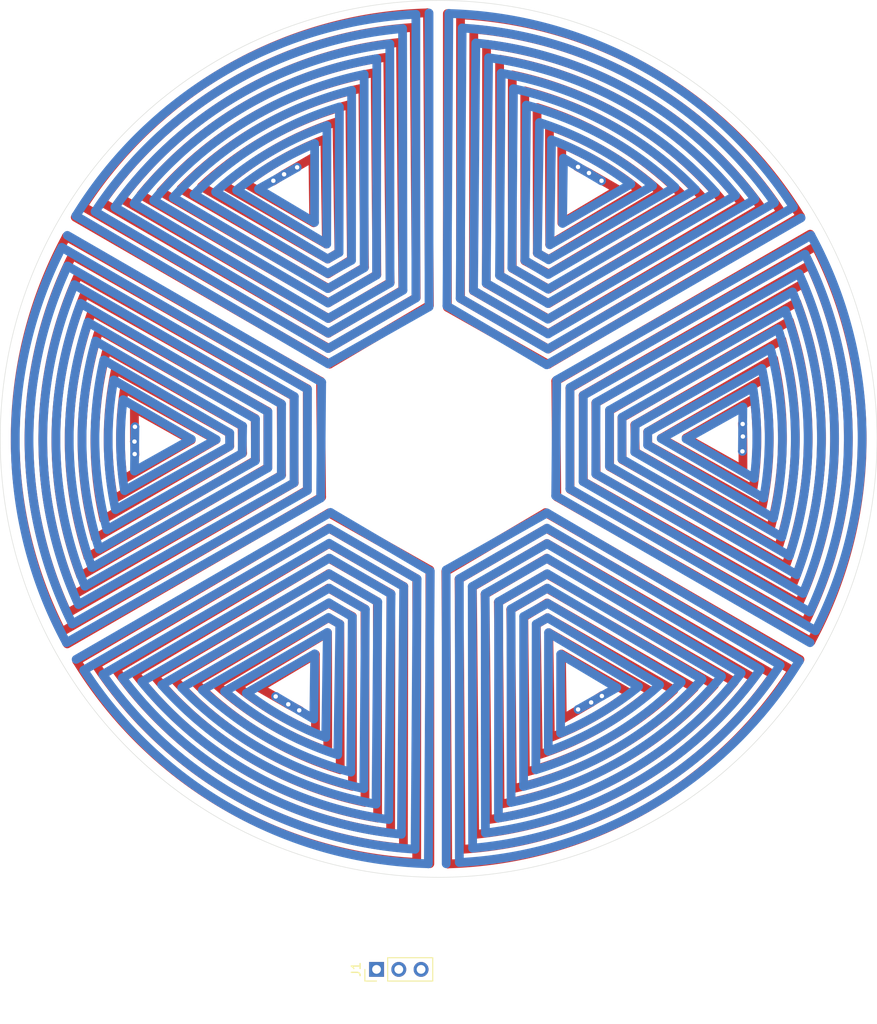
<source format=kicad_pcb>
(kicad_pcb (version 20240108) (generator "pcbnew") (generator_version "8.0")
  (layers (0 "F.Cu" signal) (31 "B.Cu" signal) (34 "B.Paste" user) (35 "F.Paste" user) (36 "B.SilkS" user "B.Silkscreen") (37 "F.SilkS" user "F.Silkscreen") (38 "B.Mask" user) (39 "F.Mask" user) (44 "Edge.Cuts" user))
  (net 0 "")
  (net 1 "/C")
  (net 2 "/B")
  (net 3 "/A")
  (footprint "Connector_PinHeader_2.54mm:PinHeader_1x03_P2.54mm_Vertical" (layer "F.Cu") (at 92.92 160.5 90)
    (property "Reference" "J1" (at 0 -2.33 90) (layer "F.SilkS"))
    (property "Value" "Conn_01x03_Pin")
    (fp_line (start -1.33 -1.33) (end 0 -1.33) (stroke (width 0.12)) (layer "F.SilkS"))
    (fp_line (start -1.33 0) (end -1.33 -1.33) (stroke (width 0.12)) (layer "F.SilkS"))
    (fp_line (start 1.33 1.27) (end 1.33 6.41) (stroke (width 0.12)) (layer "F.SilkS"))
    (fp_line (start -1.33 1.27) (end 1.33 1.27) (stroke (width 0.12)) (layer "F.SilkS"))
    (fp_line (start -1.33 1.27) (end -1.33 6.41) (stroke (width 0.12)) (layer "F.SilkS"))
    (fp_line (start -1.33 6.41) (end 1.33 6.41) (stroke (width 0.12)) (layer "F.SilkS"))
    (pad "1" thru_hole rect (at 0 0 90) (size 1.7 1.7) (drill 1) (layers "*.Cu" "*.Mask") (net 3 "/A"))
    (pad "2" thru_hole oval (at 0 2.54 90) (size 1.7 1.7) (drill 1) (layers "*.Cu" "*.Mask") (net 2 "/B"))
    (pad "3" thru_hole oval (at 0 5.08 90) (size 1.7 1.7) (drill 1) (layers "*.Cu" "*.Mask") (net 1 "/C"))
  )
  (gr_arc (start 61.601169 72.999294) (mid 77.116192 58.975313) (end 97.180601 53.075528) (stroke (width 1)) (layer "F.Cu") (net 3))
  (gr_arc (start 142.997635 78.02604) (mid 148.304309 100.617996) (end 142.482207 123.082643) (stroke (width 1)) (layer "F.Cu") (net 3))
  (gr_arc (start 66.041632 72.168316) (mid 78.63467 61.642859) (end 94.206345 56.457037) (stroke (width 1)) (layer "F.Cu") (net 3))
  (gr_arc (start 136.00307 95.397737) (mid 136.295779 100.588565) (end 135.846586 105.768198) (stroke (width 1)) (layer "F.Cu") (net 3))
  (gr_arc (start 60.001191 113.47415) (mid 57.87015 99.450964) (end 60.453161 85.503952) (stroke (width 1)) (layer "F.Cu") (net 3))
  (gr_arc (start 63.828476 72.604822) (mid 77.864094 60.362379) (end 95.632578 54.780537) (stroke (width 1)) (layer "F.Cu") (net 3))
  (gr_arc (start 138.170773 126.887135) (mid 122.65575 140.911116) (end 102.59134 146.810901) (stroke (width 1)) (layer "F.Cu") (net 3))
  (gr_arc (start 140.339476 126.388459) (mid 123.427606 142.280152) (end 101.061599 148.470387) (stroke (width 1)) (layer "F.Cu") (net 3))
  (gr_arc (start 57.670954 119.882648) (mid 53.283342 99.434253) (end 58.206183 79.108073) (stroke (width 1)) (layer "F.Cu") (net 3))
  (gr_arc (start 126.821031 128.65912) (mid 118.924163 134.378383) (end 109.881474 138.02534) (stroke (width 1)) (layer "F.Cu") (net 3))
  (gr_arc (start 137.077799 93.15206) (mid 137.706273 100.554652) (end 136.876268 107.937364) (stroke (width 1)) (layer "F.Cu") (net 3))
  (gr_arc (start 59.432466 73.49797) (mid 76.344336 57.606277) (end 98.710343 51.416042) (stroke (width 1)) (layer "F.Cu") (net 3))
  (gr_arc (start 88.776618 137.728048) (mid 79.875156 133.748791) (end 72.195455 127.741071) (stroke (width 1)) (layer "F.Cu") (net 3))
  (gr_arc (start 60.866504 111.327037) (mid 59.332467 99.428492) (end 61.282426 87.590997) (stroke (width 1)) (layer "F.Cu") (net 3))
  (gr_arc (start 121.797863 129.016837) (mid 117.448829 131.865745) (end 112.738538 134.066548) (stroke (width 1)) (layer "F.Cu") (net 3))
  (gr_arc (start 109.827819 60.318146) (mid 120.899279 64.938903) (end 130.175871 72.546365) (stroke (width 1)) (layer "F.Cu") (net 3))
  (gr_arc (start 90.174471 139.625987) (mid 79.10301 135.00523) (end 69.826418 127.397768) (stroke (width 1)) (layer "F.Cu") (net 3))
  (gr_arc (start 105.471494 55.004581) (mid 123.09157 61.038561) (end 136.809828 73.635599) (stroke (width 1)) (layer "F.Cu") (net 3))
  (gr_arc (start 124.28004 128.824741) (mid 118.183444 133.070311) (end 111.374826 136.042862) (stroke (width 1)) (layer "F.Cu") (net 3))
  (gr_arc (start 104.016217 53.272913) (mid 123.918852 59.697326) (end 139.060421 74.123721) (stroke (width 1)) (layer "F.Cu") (net 3))
  (gr_arc (start 72.950911 71.227309) (mid 80.847779 65.508046) (end 89.890468 61.861089) (stroke (width 1)) (layer "F.Cu") (net 3))
  (gr_arc (start 75.491902 71.061688) (mid 81.588498 66.816118) (end 88.397116 63.843567) (stroke (width 1)) (layer "F.Cu") (net 3))
  (gr_arc (start 94.530797 144.939552) (mid 76.910721 138.905572) (end 63.192462 126.308534) (stroke (width 1)) (layer "F.Cu") (net 3))
  (gr_arc (start 140.844566 84.414572) (mid 143.66336 100.583191) (end 140.368576 116.661569) (stroke (width 1)) (layer "F.Cu") (net 3))
  (gr_arc (start 87.36269 135.610296) (mid 80.637621 132.453274) (end 74.659007 128.043113) (stroke (width 1)) (layer "F.Cu") (net 3))
  (gr_arc (start 139.149599 88.709141) (mid 140.683636 100.607686) (end 138.733677 112.445181) (stroke (width 1)) (layer "F.Cu") (net 3))
  (gr_arc (start 62.938304 106.884118) (mid 62.30983 99.481526) (end 63.139835 92.098814) (stroke (width 1)) (layer "F.Cu") (net 3))
  (gr_arc (start 97.50229 148.300034) (mid 75.283745 141.599771) (end 58.739841 125.325359) (stroke (width 1)) (layer "F.Cu") (net 3))
  (gr_arc (start 102.5 51.644098) (mid 124.718545 58.344361) (end 141.262449 74.618774) (stroke (width 1)) (layer "F.Cu") (net 3))
  (gr_arc (start 108.401021 58.495206) (mid 121.610977 63.661264) (end 132.397938 72.871723) (stroke (width 1)) (layer "F.Cu") (net 3))
  (gr_arc (start 93.046193 143.241156) (mid 77.634361 137.597994) (end 65.35747 126.705438) (stroke (width 1)) (layer "F.Cu") (net 3))
  (gr_arc (start 133.73031 127.718113) (mid 121.137272 138.24357) (end 105.565597 143.429392) (stroke (width 1)) (layer "F.Cu") (net 3))
  (gr_arc (start 140.014912 86.562028) (mid 142.145953 100.585214) (end 139.562942 114.532226) (stroke (width 1)) (layer "F.Cu") (net 3))
  (gr_arc (start 141.573118 82.27967) (mid 145.157576 100.556093) (end 141.107351 118.734973) (stroke (width 1)) (layer "F.Cu") (net 3))
  (gr_arc (start 106.956096 56.702977) (mid 122.367928 62.346139) (end 134.64482 73.238695) (stroke (width 1)) (layer "F.Cu") (net 3))
  (gr_arc (start 57.018468 122.010138) (mid 51.711794 99.418182) (end 57.533896 76.953535) (stroke (width 1)) (layer "F.Cu") (net 3))
  (gr_arc (start 112.639599 64.333837) (mid 119.364669 67.490859) (end 125.343283 71.90102) (stroke (width 1)) (layer "F.Cu") (net 3))
  (gr_arc (start 91.601269 141.448927) (mid 78.391313 136.282869) (end 67.604352 127.07241) (stroke (width 1)) (layer "F.Cu") (net 3))
  (gr_arc (start 68.31621 71.813089) (mid 79.395125 62.955961) (end 92.765097 58.219408) (stroke (width 1)) (layer "F.Cu") (net 3))
  (gr_arc (start 59.171537 115.621606) (mid 56.352743 99.452987) (end 59.647527 83.374609) (stroke (width 1)) (layer "F.Cu") (net 3))
  (gr_arc (start 135.943466 127.281607) (mid 121.907848 139.52405) (end 104.139364 145.105892) (stroke (width 1)) (layer "F.Cu") (net 3))
  (gr_arc (start 58.442985 117.756508) (mid 54.858527 99.480085) (end 58.908752 81.301205) (stroke (width 1)) (layer "F.Cu") (net 3))
  (gr_arc (start 138.204862 90.868687) (mid 139.209455 100.567208) (end 137.846468 110.221884) (stroke (width 1)) (layer "F.Cu") (net 3))
  (gr_arc (start 111.225672 62.216085) (mid 120.127134 66.195342) (end 127.806835 72.203062) (stroke (width 1)) (layer "F.Cu") (net 3))
  (gr_arc (start 85.955242 133.556715) (mid 81.313498 131.214795) (end 77.052401 128.235965) (stroke (width 1)) (layer "F.Cu") (net 3))
  (gr_arc (start 131.455732 128.07334) (mid 120.376817 136.930468) (end 107.006845 141.667021) (stroke (width 1)) (layer "F.Cu") (net 3))
  (gr_arc (start 61.811241 109.167491) (mid 60.806648 99.46897) (end 62.169635 89.814294) (stroke (width 1)) (layer "F.Cu") (net 3))
  (gr_arc (start 77.974079 70.869592) (mid 82.323113 68.020684) (end 87.033404 65.819881) (stroke (width 1)) (layer "F.Cu") (net 3))
  (gr_arc (start 64.013033 104.638441) (mid 63.720324 99.447613) (end 64.169517 94.26798) (stroke (width 1)) (layer "F.Cu") (net 3))
  (gr_arc (start 142.345149 80.15353) (mid 146.732761 100.601925) (end 141.80992 120.928105) (stroke (width 1)) (layer "F.Cu") (net 3))
  (gr_arc (start 70.608321 71.488916) (mid 80.145745 64.211128) (end 91.372296 59.981095) (stroke (width 1)) (layer "F.Cu") (net 3))
  (gr_arc (start 129.163621 128.397513) (mid 119.626197 135.675301) (end 108.399646 139.905334) (stroke (width 1)) (layer "F.Cu") (net 3))
  (gr_arc (start 114.047049 66.387418) (mid 118.688792 68.729338) (end 122.949889 71.708167) (stroke (width 1)) (layer "F.Cu") (net 3))
  (gr_arc (start 95.986073 146.67122) (mid 76.083437 140.246807) (end 60.941869 125.820411) (stroke (width 1)) (layer "F.Cu") (net 3))
  (gr_arc (start 74.563976 71.838566) (mid 80.54259 67.428404) (end 87.26766 64.271382) (stroke (width 1)) (layer "B.Cu") (net 3))
  (gr_arc (start 101.189614 51.491144) (mid 123.555621 57.681379) (end 140.467492 73.573071) (stroke (width 1)) (layer "B.Cu") (net 3))
  (gr_arc (start 134.509503 126.710188) (mid 122.232611 137.602744) (end 106.820779 143.245907) (stroke (width 1)) (layer "B.Cu") (net 3))
  (gr_arc (start 91.474628 139.887936) (mid 80.248077 135.657903) (end 70.710653 128.380116) (stroke (width 1)) (layer "B.Cu") (net 3))
  (gr_arc (start 60.846838 74.061266) (mid 75.988407 59.634871) (end 95.891042 53.210458) (stroke (width 1)) (layer "B.Cu") (net 3))
  (gr_arc (start 108.527662 60.056197) (mid 119.754213 64.28623) (end 129.291637 71.564017) (stroke (width 1)) (layer "B.Cu") (net 3))
  (gr_arc (start 122.814572 128.240717) (mid 118.553475 131.219546) (end 113.911732 133.561466) (stroke (width 1)) (layer "B.Cu") (net 3))
  (gr_arc (start 58.644811 74.55632) (mid 75.188715 58.281908) (end 97.407259 51.581643) (stroke (width 1)) (layer "B.Cu") (net 3))
  (gr_arc (start 76.95737 71.645712) (mid 81.218467 68.666883) (end 85.86021 66.324963) (stroke (width 1)) (layer "B.Cu") (net 3))
  (gr_arc (start 97.282933 146.793504) (mid 77.218524 140.893718) (end 61.703502 126.869737) (stroke (width 1)) (layer "B.Cu") (net 3))
  (gr_arc (start 112.866554 65.894982) (mid 117.576844 68.095786) (end 121.925878 70.944693) (stroke (width 1)) (layer "B.Cu") (net 3))
  (gr_arc (start 136.868966 91.960014) (mid 137.698971 99.342727) (end 137.070497 106.745319) (stroke (width 1)) (layer "B.Cu") (net 3))
  (gr_arc (start 138.726375 87.452198) (mid 140.676334 99.289693) (end 139.142298 111.188237) (stroke (width 1)) (layer "B.Cu") (net 3))
  (gr_arc (start 59.654829 116.800369) (mid 56.360044 100.72199) (end 59.178839 84.553371) (stroke (width 1)) (layer "B.Cu") (net 3))
  (gr_arc (start 135.839285 94.129181) (mid 136.288478 99.308814) (end 135.995769 104.499641) (stroke (width 1)) (layer "B.Cu") (net 3))
  (gr_arc (start 58.916054 118.873773) (mid 54.865828 100.694893) (end 58.450286 82.41847) (stroke (width 1)) (layer "B.Cu") (net 3))
  (gr_arc (start 87.135736 134.049151) (mid 82.425446 131.848347) (end 78.076412 128.99944) (stroke (width 1)) (layer "B.Cu") (net 3))
  (gr_arc (start 65.262439 73.176241) (mid 77.539331 62.283685) (end 92.951163 56.640522) (stroke (width 1)) (layer "B.Cu") (net 3))
  (gr_arc (start 64.176818 105.906997) (mid 63.727625 100.727364) (end 64.020334 95.536537) (stroke (width 1)) (layer "B.Cu") (net 3))
  (gr_arc (start 125.207966 128.047863) (mid 119.229352 132.458025) (end 112.504282 135.615047) (stroke (width 1)) (layer "B.Cu") (net 3))
  (gr_arc (start 57.541199 123.221443) (mid 51.719096 100.756796) (end 57.025769 78.164839) (stroke (width 1)) (layer "B.Cu") (net 3))
  (gr_arc (start 138.925104 125.825163) (mid 123.783535 140.251558) (end 103.8809 146.675971) (stroke (width 1)) (layer "B.Cu") (net 3))
  (gr_arc (start 67.509321 72.809269) (mid 78.296282 63.59881) (end 91.506238 58.432751) (stroke (width 1)) (layer "B.Cu") (net 3))
  (gr_arc (start 127.671518 127.745821) (mid 119.991817 133.753542) (end 111.090354 137.732799) (stroke (width 1)) (layer "B.Cu") (net 3))
  (gr_arc (start 139.55564 85.365152) (mid 142.138651 99.312164) (end 140.007611 113.335351) (stroke (width 1)) (layer "B.Cu") (net 3))
  (gr_arc (start 111.502841 63.918669) (mid 118.31146 66.89122) (end 124.408056 71.13679) (stroke (width 1)) (layer "B.Cu") (net 3))
  (gr_arc (start 88.499449 136.025464) (mid 81.69083 133.052913) (end 75.594234 128.807343) (stroke (width 1)) (layer "B.Cu") (net 3))
  (gr_arc (start 136.674511 126.313284) (mid 122.956253 138.910322) (end 105.336177 144.944303) (stroke (width 1)) (layer "B.Cu") (net 3))
  (gr_arc (start 72.100424 72.140608) (mid 79.780125 66.132887) (end 88.681588 62.15363) (stroke (width 1)) (layer "B.Cu") (net 3))
  (gr_arc (start 130.040554 127.402519) (mid 120.763962 135.009981) (end 109.692502 139.630738) (stroke (width 1)) (layer "B.Cu") (net 3))
  (gr_arc (start 63.147137 108.076164) (mid 62.317132 100.693451) (end 62.945606 93.290859) (stroke (width 1)) (layer "B.Cu") (net 3))
  (gr_arc (start 102.719357 53.150629) (mid 122.783766 59.050415) (end 138.298788 73.074396) (stroke (width 1)) (layer "B.Cu") (net 3))
  (gr_arc (start 94.308678 143.411994) (mid 78.737002 138.226172) (end 66.143964 127.700715) (stroke (width 1)) (layer "B.Cu") (net 3))
  (gr_arc (start 60.460463 114.671026) (mid 57.877452 100.724014) (end 60.008492 86.700827) (stroke (width 1)) (layer "B.Cu") (net 3))
  (gr_arc (start 105.693612 56.532139) (mid 121.265288 61.717961) (end 133.858326 72.243418) (stroke (width 1)) (layer "B.Cu") (net 3))
  (gr_arc (start 141.100049 81.162405) (mid 145.150275 99.341285) (end 141.565817 117.617708) (stroke (width 1)) (layer "B.Cu") (net 3))
  (gr_arc (start 63.097431 73.573145) (mid 76.815689 60.976107) (end 94.435765 54.942126) (stroke (width 1)) (layer "B.Cu") (net 3))
  (gr_arc (start 132.262621 127.07716) (mid 121.47566 136.287619) (end 108.265704 141.453678) (stroke (width 1)) (layer "B.Cu") (net 3))
  (gr_arc (start 140.361274 83.235809) (mid 143.656059 99.314188) (end 140.837264 115.482807) (stroke (width 1)) (layer "B.Cu") (net 3))
  (gr_arc (start 137.839166 89.675494) (mid 139.202154 99.330171) (end 138.19756 109.028692) (stroke (width 1)) (layer "B.Cu") (net 3))
  (gr_arc (start 69.731388 72.48391) (mid 79.00798 64.876448) (end 90.07944 60.255691) (stroke (width 1)) (layer "B.Cu") (net 3))
  (gr_arc (start 110.009489 61.936191) (mid 119.052178 65.583147) (end 126.949047 71.302411) (stroke (width 1)) (layer "B.Cu") (net 3))
  (gr_arc (start 95.734911 145.088494) (mid 77.966427 139.506653) (end 63.930809 127.26421) (stroke (width 1)) (layer "B.Cu") (net 3))
  (gr_arc (start 141.80262 78.969274) (mid 146.72546 99.295455) (end 142.337847 119.743849) (stroke (width 1)) (layer "B.Cu") (net 3))
  (gr_arc (start 92.86743 141.649623) (mid 79.497458 136.91307) (end 68.418542 128.055942) (stroke (width 1)) (layer "B.Cu") (net 3))
  (gr_arc (start 107.13486 58.29451) (mid 120.504832 63.031063) (end 131.583748 71.888191) (stroke (width 1)) (layer "B.Cu") (net 3))
  (gr_arc (start 142.474904 76.814735) (mid 148.297007 99.279382) (end 142.990334 121.871339) (stroke (width 1)) (layer "B.Cu") (net 3))
  (gr_arc (start 61.289728 112.58398) (mid 59.339769 100.746485) (end 60.873805 88.847941) (stroke (width 1)) (layer "B.Cu") (net 3))
  (gr_arc (start 141.127131 125.330109) (mid 124.583227 141.604521) (end 102.364683 148.304786) (stroke (width 1)) (layer "B.Cu") (net 3))
  (gr_arc (start 58.213483 121.066904) (mid 53.290643 100.740723) (end 57.678256 80.292329) (stroke (width 1)) (layer "B.Cu") (net 3))
  (gr_arc (start 98.812676 148.452989) (mid 76.446669 142.262754) (end 59.534798 126.371062) (stroke (width 1)) (layer "B.Cu") (net 3))
  (gr_arc (start 104.267379 54.855639) (mid 122.035863 60.43748) (end 136.071481 72.679923) (stroke (width 1)) (layer "B.Cu") (net 3))
  (gr_arc (start 62.176937 110.360684) (mid 60.813949 100.706007) (end 61.818543 91.007486) (stroke (width 1)) (layer "B.Cu") (net 3))
  (gr_arc (start 89.992801 138.007942) (mid 80.950112 134.360986) (end 73.053243 128.641722) (stroke (width 1)) (layer "B.Cu") (net 3))
  (gr_circle (center 100 100) (end 100 50) (stroke (width 0.05)) (fill none) (layer "Edge.Cuts"))
  (segment (start 96.031956 116.834825) (end 87.50229 111.944133) (width 1) (layer "F.Cu") (net 3))
  (segment (start 114.047049 66.387418) (end 114.061562 75.370395) (width 1) (layer "F.Cu") (net 3))
  (segment (start 112.639599 64.333837) (end 112.671035 77.842071) (width 1) (layer "F.Cu") (net 3))
  (segment (start 59.432466 73.49797) (end 87.453499 89.67592) (width 1) (layer "F.Cu") (net 3))
  (segment (start 86.534691 93.421933) (end 57.53172 76.930949) (width 1) (layer "F.Cu") (net 3))
  (segment (start 61.601169 72.999294) (end 87.417304 87.957228) (width 1) (layer "F.Cu") (net 3))
  (segment (start 112.34178 115.404999) (end 106.815938 118.6135) (width 1) (layer "F.Cu") (net 3))
  (segment (start 85.022314 94.28668) (end 58.207395 79.070479) (width 1) (layer "F.Cu") (net 3))
  (segment (start 87.494994 110.186263) (end 60.909918 125.800564) (width 1) (layer "F.Cu") (net 3))
  (segment (start 102.5 84) (end 112.507296 89.757869) (width 1) (layer "F.Cu") (net 3))
  (segment (start 105.471494 55.004581) (end 105.448689 82.290761) (width 1) (layer "F.Cu") (net 3))
  (segment (start 91.602061 119.388267) (end 87.45444 117.022269) (width 1) (layer "F.Cu") (net 3))
  (segment (start 83.503602 95.171933) (end 58.914784 81.279445) (width 1) (layer "F.Cu") (net 3))
  (segment (start 80.513549 96.865382) (end 60.447404 85.505335) (width 1) (layer "F.Cu") (net 3))
  (segment (start 100.823253 115.120763) (end 101.043127 148.483565) (width 1) (layer "F.Cu") (net 3))
  (segment (start 87.331255 122.102062) (end 77.08335 128.23085) (width 1) (layer "F.Cu") (net 3))
  (segment (start 103.854342 116.870763) (end 104.117503 145.111548) (width 1) (layer "F.Cu") (net 3))
  (segment (start 60.866504 111.327037) (end 77.640305 101.632134) (width 1) (layer "F.Cu") (net 3))
  (segment (start 139.149599 88.709141) (end 122.375798 98.404044) (width 1) (layer "F.Cu") (net 3))
  (segment (start 65.301597 96.505943) (end 65.312149 100.306467) (width 1) (layer "F.Cu") (net 3))
  (segment (start 71.785263 100.134383) (end 65.301597 96.505943) (width 1) (layer "F.Cu") (net 3))
  (segment (start 109.836951 79.692135) (end 112.556422 81.197251) (width 1) (layer "F.Cu") (net 3))
  (segment (start 85.940728 124.573737) (end 79.556574 128.374537) (width 1) (layer "F.Cu") (net 3))
  (segment (start 120.909424 97.591672) (end 120.93422 102.366616) (width 1) (layer "F.Cu") (net 3))
  (segment (start 119.486831 96.781026) (end 119.502554 103.170796) (width 1) (layer "F.Cu") (net 3))
  (segment (start 87.430162 84.48143) (end 92.956004 81.272929) (width 1) (layer "F.Cu") (net 3))
  (segment (start 99.00229 114.944133) (end 87.50229 108.444133) (width 1) (layer "F.Cu") (net 3))
  (segment (start 70.608321 71.488916) (end 87.391254 81.168002) (width 1) (layer "F.Cu") (net 3))
  (segment (start 134.703954 99.729711) (end 134.649394 98.229708) (width 1) (layer "F.Cu") (net 3))
  (segment (start 58.557673 74.724958) (end 87.569524 91.474958) (width 1) (layer "F.Cu") (net 3))
  (segment (start 142.372428 76.654953) (end 113.360577 93.404953) (width 1) (layer "F.Cu") (net 3))
  (segment (start 88.73984 121.123441) (end 87.433316 120.398914) (width 1) (layer "F.Cu") (net 3))
  (segment (start 61.811241 109.167491) (end 76.172863 100.833337) (width 1) (layer "F.Cu") (net 3))
  (segment (start 112.565849 122.097848) (end 112.749582 134.037188) (width 1) (layer "F.Cu") (net 3))
  (segment (start 121.797863 129.016837) (end 114.011119 124.537917) (width 1) (layer "F.Cu") (net 3))
  (segment (start 63.828476 72.604822) (end 87.447599 86.267661) (width 1) (layer "F.Cu") (net 3))
  (segment (start 112.324343 113.618768) (end 105.296784 117.717961) (width 1) (layer "F.Cu") (net 3))
  (segment (start 114.993789 105.749498) (end 141.808708 120.965699) (width 1) (layer "F.Cu") (net 3))
  (segment (start 101 85) (end 112.5 91.5) (width 1) (layer "F.Cu") (net 3))
  (segment (start 112.512474 86.327209) (end 134.60475 73.253595) (width 1) (layer "F.Cu") (net 3))
  (segment (start 126.821031 128.65912) (end 112.422631 120.388667) (width 1) (layer "F.Cu") (net 3))
  (segment (start 88.776618 137.728048) (end 88.73984 121.123441) (width 1) (layer "F.Cu") (net 3))
  (segment (start 117.931191 95.903011) (end 117.967417 104.038652) (width 1) (layer "F.Cu") (net 3))
  (segment (start 103.970334 83.109308) (end 112.5 88) (width 1) (layer "F.Cu") (net 3))
  (segment (start 77.974079 70.869592) (end 85.760823 75.348512) (width 1) (layer "F.Cu") (net 3))
  (segment (start 112.380688 118.718427) (end 109.717484 120.321) (width 1) (layer "F.Cu") (net 3))
  (segment (start 122.375798 98.404044) (end 122.432065 101.511733) (width 1) (layer "F.Cu") (net 3))
  (segment (start 93.015398 118.561588) (end 87.473833 115.380319) (width 1) (layer "F.Cu") (net 3))
  (segment (start 119.502554 103.170796) (end 139.568699 114.530843) (width 1) (layer "F.Cu") (net 3))
  (segment (start 58.442985 117.756508) (end 82.084912 104.133167) (width 1) (layer "F.Cu") (net 3))
  (segment (start 77.640305 101.632134) (end 77.584038 98.524445) (width 1) (layer "F.Cu") (net 3))
  (segment (start 111.225672 62.216085) (end 111.26245 78.820692) (width 1) (layer "F.Cu") (net 3))
  (segment (start 85.039501 105.832187) (end 85.022314 94.28668) (width 1) (layer "F.Cu") (net 3))
  (segment (start 102.5 51.644098) (end 102.5 84) (width 1) (layer "F.Cu") (net 3))
  (segment (start 87.433316 120.398914) (end 74.707643 128.014253) (width 1) (layer "F.Cu") (net 3))
  (segment (start 76.172863 100.833337) (end 76.14706 99.339591) (width 1) (layer "F.Cu") (net 3))
  (segment (start 90.054458 79.565429) (end 89.876159 61.914209) (width 1) (layer "F.Cu") (net 3))
  (segment (start 87.473833 115.380319) (end 67.602671 127.078087) (width 1) (layer "F.Cu") (net 3))
  (segment (start 112.54785 82.921864) (end 130.136048 72.559935) (width 1) (layer "F.Cu") (net 3))
  (segment (start 122.432065 101.511733) (end 137.807619 110.182932) (width 1) (layer "F.Cu") (net 3))
  (segment (start 124.28004 128.824741) (end 112.565849 122.097848) (width 1) (layer "F.Cu") (net 3))
  (segment (start 87.445868 118.746882) (end 72.248613 127.726903) (width 1) (layer "F.Cu") (net 3))
  (segment (start 140.844566 84.414572) (end 119.486831 96.781026) (width 1) (layer "F.Cu") (net 3))
  (segment (start 77.584038 98.524445) (end 62.208484 89.853246) (width 1) (layer "F.Cu") (net 3))
  (segment (start 106.815938 118.6135) (end 107.010921 141.671315) (width 1) (layer "F.Cu") (net 3))
  (segment (start 87.45444 117.022269) (end 69.866242 127.384198) (width 1) (layer "F.Cu") (net 3))
  (segment (start 86.655526 106.631225) (end 86.534691 93.421933) (width 1) (layer "F.Cu") (net 3))
  (segment (start 129.163621 128.397513) (end 112.380688 118.718427) (width 1) (layer "F.Cu") (net 3))
  (segment (start 88.630032 78.728543) (end 88.397792 63.900117) (width 1) (layer "F.Cu") (net 3))
  (segment (start 141.573118 82.27967) (end 117.931191 95.903011) (width 1) (layer "F.Cu") (net 3))
  (segment (start 112.318443 110.210509) (end 102.328334 115.998146) (width 1) (layer "F.Cu") (net 3))
  (segment (start 112.556422 81.197251) (end 127.753678 72.21723) (width 1) (layer "F.Cu") (net 3))
  (segment (start 85.760823 75.348512) (end 85.661311 67.919272) (width 1) (layer "F.Cu") (net 3))
  (segment (start 112.528457 84.563814) (end 132.399619 72.866046) (width 1) (layer "F.Cu") (net 3))
  (segment (start 62.938304 106.884118) (end 74.62106 100.102777) (width 1) (layer "F.Cu") (net 3))
  (segment (start 135.943466 127.281607) (end 112.324343 113.618768) (width 1) (layer "F.Cu") (net 3))
  (segment (start 80.529272 103.255152) (end 80.513549 96.865382) (width 1) (layer "F.Cu") (net 3))
  (segment (start 87.417304 87.957228) (end 95.9176 83.015666) (width 1) (layer "F.Cu") (net 3))
  (segment (start 97.443608 83.888283) (end 97.213765 53.057781) (width 1) (layer "F.Cu") (net 3))
  (segment (start 97.50229 115.944133) (end 87.494994 110.186263) (width 1) (layer "F.Cu") (net 3))
  (segment (start 142.345149 80.15353) (end 116.483131 95.031991) (width 1) (layer "F.Cu") (net 3))
  (segment (start 140.014912 86.562028) (end 120.909424 97.591672) (width 1) (layer "F.Cu") (net 3))
  (segment (start 111.26245 78.820692) (end 112.568974 79.545219) (width 1) (layer "F.Cu") (net 3))
  (segment (start 95.986073 146.67122) (end 96.031956 116.834825) (width 1) (layer "F.Cu") (net 3))
  (segment (start 76.14706 99.339591) (end 63.189147 92.126504) (width 1) (layer "F.Cu") (net 3))
  (segment (start 87.447599 86.267661) (end 94.475158 82.168468) (width 1) (layer "F.Cu") (net 3))
  (segment (start 114.061562 75.370395) (end 120.445716 71.569596) (width 1) (layer "F.Cu") (net 3))
  (segment (start 102.328334 115.998146) (end 102.558177 146.828648) (width 1) (layer "F.Cu") (net 3))
  (segment (start 68.31621 71.813089) (end 87.420906 82.844105) (width 1) (layer "F.Cu") (net 3))
  (segment (start 83.532972 105.004187) (end 83.503602 95.171933) (width 1) (layer "F.Cu") (net 3))
  (segment (start 123.869043 100.696587) (end 136.826956 107.909674) (width 1) (layer "F.Cu") (net 3))
  (segment (start 75.491902 71.061688) (end 87.206093 77.788581) (width 1) (layer "F.Cu") (net 3))
  (segment (start 94.530797 144.939552) (end 94.553601 117.653372) (width 1) (layer "F.Cu") (net 3))
  (segment (start 113.481412 106.614245) (end 142.484383 123.105229) (width 1) (layer "F.Cu") (net 3))
  (segment (start 120.445716 71.569596) (end 117.14909 69.678473) (width 1) (layer "F.Cu") (net 3))
  (segment (start 105.296784 117.717961) (end 105.572728 143.38724) (width 1) (layer "F.Cu") (net 3))
  (segment (start 98.948689 84.765666) (end 98.728815 51.402864) (width 1) (layer "F.Cu") (net 3))
  (segment (start 57.670954 119.882648) (end 83.532972 105.004187) (width 1) (layer "F.Cu") (net 3))
  (segment (start 82.048686 95.997526) (end 59.680466 83.401861) (width 1) (layer "F.Cu") (net 3))
  (segment (start 117.14909 69.678473) (end 115.822769 68.975721) (width 1) (layer "F.Cu") (net 3))
  (segment (start 87.50229 108.444133) (end 58.719193 125.315951) (width 1) (layer "F.Cu") (net 3))
  (segment (start 60.001191 113.47415) (end 79.106679 102.444506) (width 1) (layer "F.Cu") (net 3))
  (segment (start 112.671035 77.842071) (end 122.91894 71.713283) (width 1) (layer "F.Cu") (net 3))
  (segment (start 82.375237 69.828672) (end 81.103476 70.625924) (width 1) (layer "F.Cu") (net 3))
  (segment (start 91.601269 141.448927) (end 91.602061 119.388267) (width 1) (layer "F.Cu") (net 3))
  (segment (start 125.395043 99.933401) (end 135.826681 105.743953) (width 1) (layer "F.Cu") (net 3))
  (segment (start 59.171537 115.621606) (end 80.529272 103.255152) (width 1) (layer "F.Cu") (net 3))
  (segment (start 109.717484 120.321) (end 109.895783 137.97222) (width 1) (layer "F.Cu") (net 3))
  (segment (start 141.214269 125.161471) (end 112.202418 108.411471) (width 1) (layer "F.Cu") (net 3))
  (segment (start 108.400229 80.555866) (end 112.54785 82.921864) (width 1) (layer "F.Cu") (net 3))
  (segment (start 87.453499 89.67592) (end 97.443608 83.888283) (width 1) (layer "F.Cu") (net 3))
  (segment (start 134.714506 103.530235) (end 134.703954 99.729711) (width 1) (layer "F.Cu") (net 3))
  (segment (start 142.997635 78.02604) (end 114.976602 94.203991) (width 1) (layer "F.Cu") (net 3))
  (segment (start 99.00229 148.444133) (end 99.00229 114.944133) (width 1) (layer "F.Cu") (net 3))
  (segment (start 90.174471 139.625987) (end 90.165339 120.251998) (width 1) (layer "F.Cu") (net 3))
  (segment (start 94.553601 117.653372) (end 87.489816 113.616924) (width 1) (layer "F.Cu") (net 3))
  (segment (start 131.455732 128.07334) (end 112.351036 117.042324) (width 1) (layer "F.Cu") (net 3))
  (segment (start 90.165339 120.251998) (end 87.445868 118.746882) (width 1) (layer "F.Cu") (net 3))
  (segment (start 112.5 88) (end 136.825657 73.651703) (width 1) (layer "F.Cu") (net 3))
  (segment (start 117.967417 104.038652) (end 140.335637 116.634317) (width 1) (layer "F.Cu") (net 3))
  (segment (start 91.543731 80.435159) (end 91.364136 60.022368) (width 1) (layer "F.Cu") (net 3))
  (segment (start 79.556574 128.374537) (end 82.8532 130.265661) (width 1) (layer "F.Cu") (net 3))
  (segment (start 95.9176 83.015666) (end 95.654439 54.774881) (width 1) (layer "F.Cu") (net 3))
  (segment (start 93.046193 143.241156) (end 93.015398 118.561588) (width 1) (layer "F.Cu") (net 3))
  (segment (start 112.5 91.5) (end 141.283097 74.628182) (width 1) (layer "F.Cu") (net 3))
  (segment (start 87.50229 111.944133) (end 63.176633 126.29243) (width 1) (layer "F.Cu") (net 3))
  (segment (start 87.420906 82.844105) (end 91.543731 80.435159) (width 1) (layer "F.Cu") (net 3))
  (segment (start 112.568974 79.545219) (end 125.294647 71.92988) (width 1) (layer "F.Cu") (net 3))
  (segment (start 87.36269 135.610296) (end 87.331255 122.102062) (width 1) (layer "F.Cu") (net 3))
  (segment (start 87.206093 77.788581) (end 87.02236 65.849241) (width 1) (layer "F.Cu") (net 3))
  (segment (start 116.512501 104.864245) (end 141.101319 118.756733) (width 1) (layer "F.Cu") (net 3))
  (segment (start 116.483131 95.031991) (end 116.512501 104.864245) (width 1) (layer "F.Cu") (net 3))
  (segment (start 112.507296 89.757869) (end 139.092372 74.143569) (width 1) (layer "F.Cu") (net 3))
  (segment (start 112.354638 111.929201) (end 103.854342 116.870763) (width 1) (layer "F.Cu") (net 3))
  (segment (start 87.569524 91.474958) (end 98.948689 84.765666) (width 1) (layer "F.Cu") (net 3))
  (segment (start 137.077799 93.15206) (end 125.395043 99.933401) (width 1) (layer "F.Cu") (net 3))
  (segment (start 114.011119 124.537917) (end 114.110631 131.967157) (width 1) (layer "F.Cu") (net 3))
  (segment (start 104.016217 53.272913) (end 103.970334 83.109308) (width 1) (layer "F.Cu") (net 3))
  (segment (start 112.202418 108.411471) (end 100.823253 115.120763) (width 1) (layer "F.Cu") (net 3))
  (segment (start 138.170773 126.887135) (end 112.354638 111.929201) (width 1) (layer "F.Cu") (net 3))
  (segment (start 101 51.5) (end 101 85) (width 1) (layer "F.Cu") (net 3))
  (segment (start 79.081883 97.669562) (end 61.31409 87.6187) (width 1) (layer "F.Cu") (net 3))
  (segment (start 114.976602 94.203991) (end 114.993789 105.749498) (width 1) (layer "F.Cu") (net 3))
  (segment (start 64.013033 104.638441) (end 71.785263 100.134383) (width 1) (layer "F.Cu") (net 3))
  (segment (start 136.00307 95.397737) (end 128.23084 99.901795) (width 1) (layer "F.Cu") (net 3))
  (segment (start 140.339476 126.388459) (end 112.318443 110.210509) (width 1) (layer "F.Cu") (net 3))
  (segment (start 72.950911 71.227309) (end 87.349311 79.497762) (width 1) (layer "F.Cu") (net 3))
  (segment (start 87.349311 79.497762) (end 88.630032 78.728543) (width 1) (layer "F.Cu") (net 3))
  (segment (start 123.84324 99.202841) (end 123.869043 100.696587) (width 1) (layer "F.Cu") (net 3))
  (segment (start 108.228211 119.45127) (end 108.407806 139.864061) (width 1) (layer "F.Cu") (net 3))
  (segment (start 87.391254 81.168002) (end 90.054458 79.565429) (width 1) (layer "F.Cu") (net 3))
  (segment (start 92.956004 81.272929) (end 92.761021 58.215114) (width 1) (layer "F.Cu") (net 3))
  (segment (start 85.661311 67.919272) (end 82.375237 69.828672) (width 1) (layer "F.Cu") (net 3))
  (segment (start 74.62106 100.102777) (end 64.189422 94.292225) (width 1) (layer "F.Cu") (net 3))
  (segment (start 82.084912 104.133167) (end 82.048686 95.997526) (width 1) (layer "F.Cu") (net 3))
  (segment (start 120.93422 102.366616) (end 138.702013 112.417478) (width 1) (layer "F.Cu") (net 3))
  (segment (start 109.827819 60.318146) (end 109.836951 79.692135) (width 1) (layer "F.Cu") (net 3))
  (segment (start 106.986892 81.382545) (end 112.528457 84.563814) (width 1) (layer "F.Cu") (net 3))
  (segment (start 87.489816 113.616924) (end 65.39754 126.690538) (width 1) (layer "F.Cu") (net 3))
  (segment (start 112.422631 120.388667) (end 111.14191 121.157886) (width 1) (layer "F.Cu") (net 3))
  (segment (start 57.018468 122.010138) (end 85.039501 105.832187) (width 1) (layer "F.Cu") (net 3))
  (segment (start 57.643675 123.381225) (end 86.655526 106.631225) (width 1) (layer "F.Cu") (net 3))
  (segment (start 111.14191 121.157886) (end 111.37415 135.986312) (width 1) (layer "F.Cu") (net 3))
  (segment (start 82.8532 130.265661) (end 84.179521 130.968412) (width 1) (layer "F.Cu") (net 3))
  (segment (start 114.110631 131.967157) (end 117.396705 130.057757) (width 1) (layer "F.Cu") (net 3))
  (segment (start 138.204862 90.868687) (end 123.84324 99.202841) (width 1) (layer "F.Cu") (net 3))
  (segment (start 117.396705 130.057757) (end 118.668466 129.260505) (width 1) (layer "F.Cu") (net 3))
  (segment (start 65.312149 100.306467) (end 65.366709 101.80647) (width 1) (layer "F.Cu") (net 3))
  (segment (start 85.955242 133.556715) (end 85.940728 124.573737) (width 1) (layer "F.Cu") (net 3))
  (segment (start 112.351036 117.042324) (end 108.228211 119.45127) (width 1) (layer "F.Cu") (net 3))
  (segment (start 108.401021 58.495206) (end 108.400229 80.555866) (width 1) (layer "F.Cu") (net 3))
  (segment (start 79.106679 102.444506) (end 79.081883 97.669562) (width 1) (layer "F.Cu") (net 3))
  (segment (start 94.475158 82.168468) (end 94.199214 56.499189) (width 1) (layer "F.Cu") (net 3))
  (segment (start 128.23084 99.901795) (end 134.714506 103.530235) (width 1) (layer "F.Cu") (net 3))
  (segment (start 133.73031 127.718113) (end 112.34178 115.404999) (width 1) (layer "F.Cu") (net 3))
  (segment (start 113.360577 93.404953) (end 113.481412 106.614245) (width 1) (layer "F.Cu") (net 3))
  (segment (start 66.041632 72.168316) (end 87.430162 84.48143) (width 1) (layer "F.Cu") (net 3))
  (segment (start 105.448689 82.290761) (end 112.512474 86.327209) (width 1) (layer "F.Cu") (net 3))
  (segment (start 97.50229 148.300034) (end 97.50229 115.944133) (width 1) (layer "F.Cu") (net 3))
  (segment (start 106.956096 56.702977) (end 106.986892 81.382545) (width 1) (layer "F.Cu") (net 3))
  (via (at 115.901952 68.985619) (size 1) (drill 0.5) (layers "F.Cu" "B.Cu") (net 3))
  (via (at 134.703954 99.729711) (size 1) (drill 0.5) (layers "F.Cu" "B.Cu") (net 3))
  (via (at 134.680414 98.303231) (size 1) (drill 0.5) (layers "F.Cu" "B.Cu") (net 3))
  (via (at 82.8532 130.265661) (size 1) (drill 0.5) (layers "F.Cu" "B.Cu") (net 3))
  (via (at 65.366017 98.618144) (size 1) (drill 0.5) (layers "F.Cu" "B.Cu") (net 3))
  (via (at 65.335689 101.732947) (size 1) (drill 0.5) (layers "F.Cu" "B.Cu") (net 3))
  (via (at 84.100338 130.958514) (size 1) (drill 0.5) (layers "F.Cu" "B.Cu") (net 3))
  (via (at 117.14909 69.678473) (size 1) (drill 0.5) (layers "F.Cu" "B.Cu") (net 3))
  (via (at 117.396705 130.057757) (size 1) (drill 0.5) (layers "F.Cu" "B.Cu") (net 3))
  (via (at 81.418003 129.374848) (size 1) (drill 0.5) (layers "F.Cu" "B.Cu") (net 3))
  (via (at 83.864302 69.031162) (size 1) (drill 0.5) (layers "F.Cu" "B.Cu") (net 3))
  (via (at 81.151639 70.562299) (size 1) (drill 0.5) (layers "F.Cu" "B.Cu") (net 3))
  (via (at 118.620303 129.32413) (size 1) (drill 0.5) (layers "F.Cu" "B.Cu") (net 3))
  (via (at 134.650086 101.418034) (size 1) (drill 0.5) (layers "F.Cu" "B.Cu") (net 3))
  (via (at 118.584287 70.569285) (size 1) (drill 0.5) (layers "F.Cu" "B.Cu") (net 3))
  (via (at 65.312149 100.306467) (size 1) (drill 0.5) (layers "F.Cu" "B.Cu") (net 3))
  (via (at 82.375237 69.828672) (size 1) (drill 0.5) (layers "F.Cu" "B.Cu") (net 3))
  (via (at 115.90764 130.855267) (size 1) (drill 0.5) (layers "F.Cu" "B.Cu") (net 3))
  (segment (start 74.628362 100.072201) (end 64.196724 105.882752) (width 1) (layer "B.Cu") (net 3))
  (segment (start 134.707205 96.367144) (end 134.680414 98.303231) (width 1) (layer "B.Cu") (net 3))
  (segment (start 138.19756 109.028692) (end 123.835938 100.694537) (width 1) (layer "B.Cu") (net 3))
  (segment (start 97.407259 83.937545) (end 87.399963 89.695414) (width 1) (layer "B.Cu") (net 3))
  (segment (start 124.408056 71.13679) (end 112.693864 77.863683) (width 1) (layer "B.Cu") (net 3))
  (segment (start 87.399963 89.695414) (end 60.814887 74.081115) (width 1) (layer "B.Cu") (net 3))
  (segment (start 77.59134 101.650532) (end 62.215785 110.321732) (width 1) (layer "B.Cu") (net 3))
  (segment (start 87.236224 77.779617) (end 76.98832 71.650829) (width 1) (layer "B.Cu") (net 3))
  (segment (start 85.029615 105.888297) (end 58.214697 121.104499) (width 1) (layer "B.Cu") (net 3))
  (segment (start 59.534798 126.371062) (end 87.555831 110.193111) (width 1) (layer "B.Cu") (net 3))
  (segment (start 136.071481 72.679923) (end 112.452359 86.342763) (width 1) (layer "B.Cu") (net 3))
  (segment (start 112.469795 84.556532) (end 106.943953 81.348031) (width 1) (layer "B.Cu") (net 3))
  (segment (start 131.583748 71.888191) (end 112.479052 82.919207) (width 1) (layer "B.Cu") (net 3))
  (segment (start 106.820779 143.245907) (end 106.851575 118.566338) (width 1) (layer "B.Cu") (net 3))
  (segment (start 60.008492 86.700827) (end 79.11398 97.730472) (width 1) (layer "B.Cu") (net 3))
  (segment (start 96.019932 116.853365) (end 95.756772 145.09415) (width 1) (layer "B.Cu") (net 3))
  (segment (start 142.337847 119.743849) (end 116.475829 104.865388) (width 1) (layer "B.Cu") (net 3))
  (segment (start 123.86174 99.200791) (end 136.819654 91.987705) (width 1) (layer "B.Cu") (net 3))
  (segment (start 87.671857 108.394072) (end 99.051022 115.103365) (width 1) (layer "B.Cu") (net 3))
  (segment (start 83.540274 95.17079) (end 83.510904 105.003044) (width 1) (layer "B.Cu") (net 3))
  (segment (start 65.308898 103.669034) (end 65.335689 101.732947) (width 1) (layer "B.Cu") (net 3))
  (segment (start 112.508704 81.243104) (end 109.8455 79.640531) (width 1) (layer "B.Cu") (net 3))
  (segment (start 98.90726 84.937546) (end 87.407259 91.437546) (width 1) (layer "B.Cu") (net 3))
  (segment (start 87.555831 110.193111) (end 97.54594 115.980749) (width 1) (layer "B.Cu") (net 3))
  (segment (start 86.541993 106.753045) (end 57.539022 123.244028) (width 1) (layer "B.Cu") (net 3))
  (segment (start 111.127133 121.128192) (end 112.433656 120.403664) (width 1) (layer "B.Cu") (net 3))
  (segment (start 87.338286 79.482765) (end 74.612613 71.867425) (width 1) (layer "B.Cu") (net 3))
  (segment (start 120.310399 128.379289) (end 118.620303 129.32413) (width 1) (layer "B.Cu") (net 3))
  (segment (start 134.680414 98.303231) (end 134.650086 101.418034) (width 1) (layer "B.Cu") (net 3))
  (segment (start 140.007611 113.335351) (end 120.902123 102.305706) (width 1) (layer "B.Cu") (net 3))
  (segment (start 87.532495 115.387601) (end 93.058337 118.596102) (width 1) (layer "B.Cu") (net 3))
  (segment (start 137.070497 106.745319) (end 125.387741 99.963977) (width 1) (layer "B.Cu") (net 3))
  (segment (start 90.15679 120.303602) (end 89.978492 137.954823) (width 1) (layer "B.Cu") (net 3))
  (segment (start 112.330433 91.550061) (end 100.951268 84.840768) (width 1) (layer "B.Cu") (net 3))
  (segment (start 70.710653 128.380116) (end 87.493586 118.701029) (width 1) (layer "B.Cu") (net 3))
  (segment (start 58.450286 82.41847) (end 82.092213 96.04181) (width 1) (layer "B.Cu") (net 3))
  (segment (start 102.364683 148.304786) (end 102.364683 115.948884) (width 1) (layer "B.Cu") (net 3))
  (segment (start 100.951268 84.840768) (end 101.171143 51.477966) (width 1) (layer "B.Cu") (net 3))
  (segment (start 84.100338 130.958514) (end 81.418003 129.374848) (width 1) (layer "B.Cu") (net 3))
  (segment (start 63.930809 127.26421) (end 87.549931 113.60137) (width 1) (layer "B.Cu") (net 3))
  (segment (start 108.265704 141.453678) (end 108.264912 119.393018) (width 1) (layer "B.Cu") (net 3))
  (segment (start 99.051022 115.103365) (end 98.831147 148.466167) (width 1) (layer "B.Cu") (net 3))
  (segment (start 97.407259 51.581643) (end 97.407259 83.937545) (width 1) (layer "B.Cu") (net 3))
  (segment (start 112.452359 86.342763) (end 105.4248 82.24357) (width 1) (layer "B.Cu") (net 3))
  (segment (start 87.40726 87.937545) (end 63.081602 73.589249) (width 1) (layer "B.Cu") (net 3))
  (segment (start 135.995769 104.499641) (end 128.223539 99.995584) (width 1) (layer "B.Cu") (net 3))
  (segment (start 129.291637 71.564017) (end 112.508704 81.243104) (width 1) (layer "B.Cu") (net 3))
  (segment (start 111.090354 137.732799) (end 111.127133 121.128192) (width 1) (layer "B.Cu") (net 3))
  (segment (start 87.549931 113.60137) (end 94.57749 117.700563) (width 1) (layer "B.Cu") (net 3))
  (segment (start 82.055988 104.177451) (end 59.687768 116.773116) (width 1) (layer "B.Cu") (net 3))
  (segment (start 76.154363 100.835387) (end 63.196449 108.048473) (width 1) (layer "B.Cu") (net 3))
  (segment (start 91.646063 119.433871) (end 91.466468 139.846663) (width 1) (layer "B.Cu") (net 3))
  (segment (start 90.07944 60.255691) (end 90.070309 79.62968) (width 1) (layer "B.Cu") (net 3))
  (segment (start 81.151639 70.562299) (end 83.864302 69.031162) (width 1) (layer "B.Cu") (net 3))
  (segment (start 126.949047 71.302411) (end 112.550646 79.572864) (width 1) (layer "B.Cu") (net 3))
  (segment (start 109.8455 79.640531) (end 110.023798 61.98931) (width 1) (layer "B.Cu") (net 3))
  (segment (start 61.818543 91.007486) (end 76.180165 99.341641) (width 1) (layer "B.Cu") (net 3))
  (segment (start 87.26766 64.271382) (end 87.236224 77.779617) (width 1) (layer "B.Cu") (net 3))
  (segment (start 108.264912 119.393018) (end 112.412532 117.027019) (width 1) (layer "B.Cu") (net 3))
  (segment (start 79.11398 97.730472) (end 79.089185 102.505415) (width 1) (layer "B.Cu") (net 3))
  (segment (start 112.371979 110.191015) (end 138.957055 125.805314) (width 1) (layer "B.Cu") (net 3))
  (segment (start 61.703502 126.869737) (end 87.519636 111.911803) (width 1) (layer "B.Cu") (net 3))
  (segment (start 112.482654 88.03233) (end 103.982357 83.090768) (width 1) (layer "B.Cu") (net 3))
  (segment (start 128.223539 99.995584) (end 134.707205 96.367144) (width 1) (layer "B.Cu") (net 3))
  (segment (start 87.378803 84.50136) (end 67.507641 72.803592) (width 1) (layer "B.Cu") (net 3))
  (segment (start 103.982357 83.090768) (end 104.245518 54.849983) (width 1) (layer "B.Cu") (net 3))
  (segment (start 78.076412 128.99944) (end 85.863155 124.52052) (width 1) (layer "B.Cu") (net 3))
  (segment (start 87.35941 82.85941) (end 69.771211 72.49748) (width 1) (layer "B.Cu") (net 3))
  (segment (start 87.407259 91.437546) (end 58.624163 74.565727) (width 1) (layer "B.Cu") (net 3))
  (segment (start 76.180165 99.341641) (end 76.154363 100.835387) (width 1) (layer "B.Cu") (net 3))
  (segment (start 109.701633 120.256749) (end 112.421104 118.751633) (width 1) (layer "B.Cu") (net 3))
  (segment (start 140.467492 73.573071) (end 112.446459 89.751022) (width 1) (layer "B.Cu") (net 3))
  (segment (start 57.650978 76.793752) (end 86.662829 93.543752) (width 1) (layer "B.Cu") (net 3))
  (segment (start 141.565817 117.617708) (end 117.92389 103.994368) (width 1) (layer "B.Cu") (net 3))
  (segment (start 113.353274 106.492426) (end 113.47411 93.283133) (width 1) (layer "B.Cu") (net 3))
  (segment (start 87.523238 117.024927) (end 91.646063 119.433871) (width 1) (layer "B.Cu") (net 3))
  (segment (start 98.90726 51.437546) (end 98.90726 84.937546) (width 1) (layer "B.Cu") (net 3))
  (segment (start 79.461543 71.50714) (end 81.151639 70.562299) (width 1) (layer "B.Cu") (net 3))
  (segment (start 105.313372 117.658123) (end 112.377156 113.621675) (width 1) (layer "B.Cu") (net 3))
  (segment (start 112.393139 115.385069) (end 132.264301 127.082837) (width 1) (layer "B.Cu") (net 3))
  (segment (start 114.986488 94.147881) (end 141.801406 78.931679) (width 1) (layer "B.Cu") (net 3))
  (segment (start 62.945606 93.290859) (end 74.628362 100.072201) (width 1) (layer "B.Cu") (net 3))
  (segment (start 57.678256 80.292329) (end 83.540274 95.17079) (width 1) (layer "B.Cu") (net 3))
  (segment (start 87.519636 111.911803) (end 96.019932 116.853365) (width 1) (layer "B.Cu") (net 3))
  (segment (start 112.364683 108.448883) (end 141.147779 125.320702) (width 1) (layer "B.Cu") (net 3))
  (segment (start 112.377156 113.621675) (end 134.469432 126.695289) (width 1) (layer "B.Cu") (net 3))
  (segment (start 103.835016 116.839576) (end 112.364682 111.948884) (width 1) (layer "B.Cu") (net 3))
  (segment (start 77.647607 98.542843) (end 77.59134 101.650532) (width 1) (layer "B.Cu") (net 3))
  (segment (start 91.50703 80.493411) (end 87.35941 82.85941) (width 1) (layer "B.Cu") (net 3))
  (segment (start 60.873805 88.847941) (end 77.647607 98.542843) (width 1) (layer "B.Cu") (net 3))
  (segment (start 80.520852 103.309596) (end 60.454707 114.669643) (width 1) (layer "B.Cu") (net 3))
  (segment (start 133.858326 72.243418) (end 112.469795 84.556532) (width 1) (layer "B.Cu") (net 3))
  (segment (start 94.57749 117.700563) (end 94.301546 143.369842) (width 1) (layer "B.Cu") (net 3))
  (segment (start 106.851575 118.566338) (end 112.393139 115.385069) (width 1) (layer "B.Cu") (net 3))
  (segment (start 116.505199 95.033134) (end 141.094017 81.140645) (width 1) (layer "B.Cu") (net 3))
  (segment (start 120.926918 97.530763) (end 138.694712 87.479901) (width 1) (layer "B.Cu") (net 3))
  (segment (start 58.660006 125.144072) (end 87.671857 108.394072) (width 1) (layer "B.Cu") (net 3))
  (segment (start 71.792564 100.040594) (end 65.308898 103.669034) (width 1) (layer "B.Cu") (net 3))
  (segment (start 117.92389 103.994368) (end 117.960115 95.858727) (width 1) (layer "B.Cu") (net 3))
  (segment (start 92.951163 56.640522) (end 92.920367 81.320091) (width 1) (layer "B.Cu") (net 3))
  (segment (start 113.47411 93.283133) (end 142.477081 76.79215) (width 1) (layer "B.Cu") (net 3))
  (segment (start 87.350838 81.134796) (end 72.153581 72.154775) (width 1) (layer "B.Cu") (net 3))
  (segment (start 106.943953 81.348031) (end 107.138936 58.290216) (width 1) (layer "B.Cu") (net 3))
  (segment (start 111.269925 78.803645) (end 111.502166 63.975219) (width 1) (layer "B.Cu") (net 3))
  (segment (start 112.446459 89.751022) (end 102.45635 83.963384) (width 1) (layer "B.Cu") (net 3))
  (segment (start 88.732365 121.140488) (end 88.500124 135.968914) (width 1) (layer "B.Cu") (net 3))
  (segment (start 117.960115 95.858727) (end 140.328335 83.263062) (width 1) (layer "B.Cu") (net 3))
  (segment (start 112.412532 117.027019) (end 130.000731 127.388949) (width 1) (layer "B.Cu") (net 3))
  (segment (start 121.925878 70.944693) (end 114.139135 75.423613) (width 1) (layer "B.Cu") (net 3))
  (segment (start 119.479529 103.116352) (end 119.495251 96.726582) (width 1) (layer "B.Cu") (net 3))
  (segment (start 120.902123 102.305706) (end 120.926918 97.530763) (width 1) (layer "B.Cu") (net 3))
  (segment (start 119.495251 96.726582) (end 139.561396 85.366535) (width 1) (layer "B.Cu") (net 3))
  (segment (start 85.046802 94.34279) (end 85.029615 105.888297) (width 1) (layer "B.Cu") (net 3))
  (segment (start 114.238647 67.994374) (end 115.901952 68.985619) (width 1) (layer "B.Cu") (net 3))
  (segment (start 114.139135 75.423613) (end 114.238647 67.994374) (width 1) (layer "B.Cu") (net 3))
  (segment (start 85.86021 66.324963) (end 85.845697 75.30794) (width 1) (layer "B.Cu") (net 3))
  (segment (start 59.178839 84.553371) (end 80.536574 96.919826) (width 1) (layer "B.Cu") (net 3))
  (segment (start 95.936926 83.046853) (end 87.40726 87.937545) (width 1) (layer "B.Cu") (net 3))
  (segment (start 142.990334 121.871339) (end 114.969301 105.693388) (width 1) (layer "B.Cu") (net 3))
  (segment (start 87.493586 118.701029) (end 90.15679 120.303602) (width 1) (layer "B.Cu") (net 3))
  (segment (start 93.058337 118.596102) (end 92.863354 141.653917) (width 1) (layer "B.Cu") (net 3))
  (segment (start 115.901952 68.985619) (end 118.584287 70.569285) (width 1) (layer "B.Cu") (net 3))
  (segment (start 102.45635 83.963384) (end 102.686192 53.132883) (width 1) (layer "B.Cu") (net 3))
  (segment (start 100.864682 114.948883) (end 112.364683 108.448883) (width 1) (layer "B.Cu") (net 3))
  (segment (start 112.433656 120.403664) (end 125.159329 128.019004) (width 1) (layer "B.Cu") (net 3))
  (segment (start 80.536574 96.919826) (end 80.520852 103.309596) (width 1) (layer "B.Cu") (net 3))
  (segment (start 108.356227 80.510261) (end 108.535822 60.09747) (width 1) (layer "B.Cu") (net 3))
  (segment (start 123.835938 100.694537) (end 123.86174 99.200791) (width 1) (layer "B.Cu") (net 3))
  (segment (start 141.342284 74.800061) (end 112.330433 91.550061) (width 1) (layer "B.Cu") (net 3))
  (segment (start 118.620303 129.32413) (end 115.90764 130.855267) (width 1) (layer "B.Cu") (net 3))
  (segment (start 86.662829 93.543752) (end 86.541993 106.753045) (width 1) (layer "B.Cu") (net 3))
  (segment (start 112.479052 82.919207) (end 108.356227 80.510261) (width 1) (layer "B.Cu") (net 3))
  (segment (start 105.336177 144.944303) (end 105.313372 117.658123) (width 1) (layer "B.Cu") (net 3))
  (segment (start 87.451644 120.37127) (end 88.732365 121.140488) (width 1) (layer "B.Cu") (net 3))
  (segment (start 102.364683 115.948884) (end 112.371979 110.191015) (width 1) (layer "B.Cu") (net 3))
  (segment (start 112.364682 111.948884) (end 136.69034 126.29718) (width 1) (layer "B.Cu") (net 3))
  (segment (start 114.969301 105.693388) (end 114.986488 94.147881) (width 1) (layer "B.Cu") (net 3))
  (segment (start 83.510904 105.003044) (end 58.922086 118.895533) (width 1) (layer "B.Cu") (net 3))
  (segment (start 125.387741 99.963977) (end 135.819379 94.153426) (width 1) (layer "B.Cu") (net 3))
  (segment (start 87.308426 122.08045) (end 87.124692 134.019789) (width 1) (layer "B.Cu") (net 3))
  (segment (start 95.891042 53.210458) (end 95.936926 83.046853) (width 1) (layer "B.Cu") (net 3))
  (segment (start 94.45857 82.228306) (end 87.394786 86.264754) (width 1) (layer "B.Cu") (net 3))
  (segment (start 113.926245 124.578489) (end 120.310399 128.379289) (width 1) (layer "B.Cu") (net 3))
  (segment (start 103.8809 146.675971) (end 103.835016 116.839576) (width 1) (layer "B.Cu") (net 3))
  (segment (start 79.089185 102.505415) (end 61.321391 112.556277) (width 1) (layer "B.Cu") (net 3))
  (segment (start 112.550646 79.572864) (end 111.269925 78.803645) (width 1) (layer "B.Cu") (net 3))
  (segment (start 112.535718 122.106812) (end 122.783622 128.2356) (width 1) (layer "B.Cu") (net 3))
  (segment (start 82.092213 96.04181) (end 82.055988 104.177451) (width 1) (layer "B.Cu") (net 3))
  (segment (start 100.864682 148.448883) (end 100.864682 114.948883) (width 1) (layer "B.Cu") (net 3))
  (segment (start 73.053243 128.641722) (end 87.451644 120.37127) (width 1) (layer "B.Cu") (net 3))
  (segment (start 88.644809 78.758237) (end 87.338286 79.482765) (width 1) (layer "B.Cu") (net 3))
  (segment (start 94.435765 54.942126) (end 94.45857 82.228306) (width 1) (layer "B.Cu") (net 3))
  (segment (start 85.845697 75.30794) (end 79.461543 71.50714) (width 1) (layer "B.Cu") (net 3))
  (segment (start 92.920367 81.320091) (end 87.378803 84.50136) (width 1) (layer "B.Cu") (net 3))
  (segment (start 113.911732 133.561466) (end 113.926245 124.578489) (width 1) (layer "B.Cu") (net 3))
  (segment (start 65.335689 101.732947) (end 65.366017 98.618144) (width 1) (layer "B.Cu") (net 3))
  (segment (start 90.070309 79.62968) (end 87.350838 81.134796) (width 1) (layer "B.Cu") (net 3))
  (segment (start 116.475829 104.865388) (end 116.505199 95.033134) (width 1) (layer "B.Cu") (net 3))
  (segment (start 85.863155 124.52052) (end 85.763643 131.94976) (width 1) (layer "B.Cu") (net 3))
  (segment (start 97.54594 115.980749) (end 97.316098 146.81125) (width 1) (layer "B.Cu") (net 3))
  (segment (start 87.394786 86.264754) (end 65.30251 73.19114) (width 1) (layer "B.Cu") (net 3))
  (segment (start 140.837264 115.482807) (end 119.479529 103.116352) (width 1) (layer "B.Cu") (net 3))
  (segment (start 105.4248 82.24357) (end 105.700744 56.574291) (width 1) (layer "B.Cu") (net 3))
  (segment (start 57.025769 78.164839) (end 85.046802 94.34279) (width 1) (layer "B.Cu") (net 3))
  (segment (start 75.594234 128.807343) (end 87.308426 122.08045) (width 1) (layer "B.Cu") (net 3))
  (segment (start 112.693864 77.863683) (end 112.877598 65.924343) (width 1) (layer "B.Cu") (net 3))
  (segment (start 112.421104 118.751633) (end 127.618361 127.731654) (width 1) (layer "B.Cu") (net 3))
  (segment (start 91.506238 58.432751) (end 91.50703 80.493411) (width 1) (layer "B.Cu") (net 3))
  (segment (start 122.424763 98.385646) (end 137.800318 89.714446) (width 1) (layer "B.Cu") (net 3))
  (segment (start 109.692502 139.630738) (end 109.701633 120.256749) (width 1) (layer "B.Cu") (net 3))
  (segment (start 66.143964 127.700715) (end 87.532495 115.387601) (width 1) (layer "B.Cu") (net 3))
  (segment (start 88.681588 62.15363) (end 88.644809 78.758237) (width 1) (layer "B.Cu") (net 3))
  (segment (start 138.298788 73.074396) (end 112.482654 88.03233) (width 1) (layer "B.Cu") (net 3))
  (segment (start 85.763643 131.94976) (end 84.100338 130.958514) (width 1) (layer "B.Cu") (net 3))
  (segment (start 112.504282 135.615047) (end 112.535718 122.106812) (width 1) (layer "B.Cu") (net 3))
  (segment (start 122.368496 101.493335) (end 122.424763 98.385646) (width 1) (layer "B.Cu") (net 3))
  (segment (start 68.418542 128.055942) (end 87.523238 117.024927) (width 1) (layer "B.Cu") (net 3))
  (segment (start 64.020334 95.536537) (end 71.792564 100.040594) (width 1) (layer "B.Cu") (net 3))
  (segment (start 142.365125 123.242426) (end 113.353274 106.492426) (width 1) (layer "B.Cu") (net 3))
  (segment (start 139.142298 111.188237) (end 122.368496 101.493335) (width 1) (layer "B.Cu") (net 3))
)
</source>
